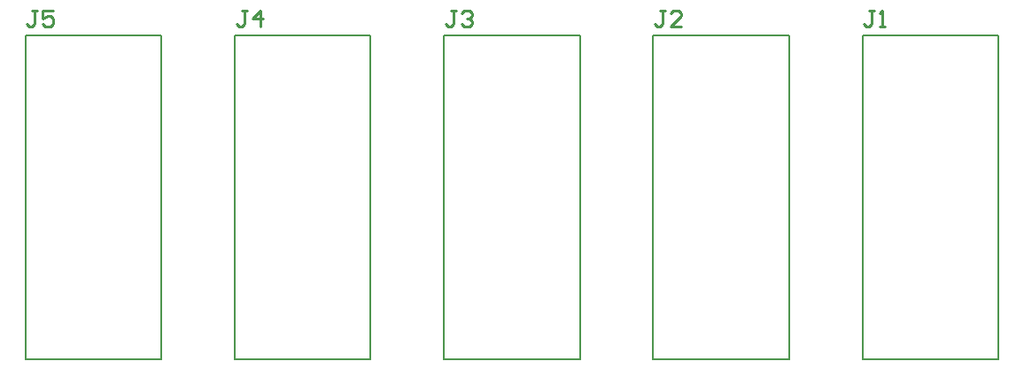
<source format=gbr>
%TF.GenerationSoftware,Altium Limited,Altium Designer,21.2.2 (38)*%
G04 Layer_Color=65535*
%FSLAX45Y45*%
%MOMM*%
%TF.SameCoordinates,908A5498-0BB4-4271-8F68-DE63ACD0DB91*%
%TF.FilePolarity,Positive*%
%TF.FileFunction,Legend,Top*%
%TF.Part,Single*%
G01*
G75*
%TA.AperFunction,NonConductor*%
%ADD12C,0.20000*%
%ADD13C,0.25400*%
D12*
X8350000Y2000000D02*
Y2150000D01*
X9650000Y2000000D02*
Y2100000D01*
X8350000Y2150000D02*
Y3550000D01*
X9000000D01*
X9650000D01*
Y450000D02*
Y3550000D01*
X8350000Y450000D02*
X9650000D01*
X8350000D02*
Y2000000D01*
X6350000D02*
Y2150000D01*
X7650000Y2000000D02*
Y2100000D01*
X6350000Y2150000D02*
Y3550000D01*
X7000000D01*
X7650000D01*
Y450000D02*
Y3550000D01*
X6350000Y450000D02*
X7650000D01*
X6350000D02*
Y2000000D01*
X4350000D02*
Y2150000D01*
X5650000Y2000000D02*
Y2100000D01*
X4350000Y2150000D02*
Y3550000D01*
X5000000D01*
X5650000D01*
Y450000D02*
Y3550000D01*
X4350000Y450000D02*
X5650000D01*
X4350000D02*
Y2000000D01*
X2350000D02*
Y2150000D01*
X3650000Y2000000D02*
Y2100000D01*
X2350000Y2150000D02*
Y3550000D01*
X3000000D01*
X3650000D01*
Y450000D02*
Y3550000D01*
X2350000Y450000D02*
X3650000D01*
X2350000D02*
Y2000000D01*
X350000D02*
Y2150000D01*
X1650000Y2000000D02*
Y2100000D01*
X350000Y2150000D02*
Y3550000D01*
X1000000D01*
X1650000D01*
Y450000D02*
Y3550000D01*
X350000Y450000D02*
X1650000D01*
X350000D02*
Y2000000D01*
D13*
X8467007Y3788311D02*
X8416223D01*
X8441615D01*
Y3661352D01*
X8416223Y3635960D01*
X8390832D01*
X8365440Y3661352D01*
X8517791Y3635960D02*
X8568574D01*
X8543183D01*
Y3788311D01*
X8517791Y3762919D01*
X6468027Y3788311D02*
X6417243D01*
X6442635D01*
Y3661352D01*
X6417243Y3635960D01*
X6391852D01*
X6366460Y3661352D01*
X6620378Y3635960D02*
X6518811D01*
X6620378Y3737527D01*
Y3762919D01*
X6594986Y3788311D01*
X6544203D01*
X6518811Y3762919D01*
X4466507Y3788311D02*
X4415723D01*
X4441115D01*
Y3661352D01*
X4415723Y3635960D01*
X4390332D01*
X4364940Y3661352D01*
X4517291Y3762919D02*
X4542683Y3788311D01*
X4593466D01*
X4618858Y3762919D01*
Y3737527D01*
X4593466Y3712135D01*
X4568074D01*
X4593466D01*
X4618858Y3686743D01*
Y3661352D01*
X4593466Y3635960D01*
X4542683D01*
X4517291Y3661352D01*
X2467527Y3788311D02*
X2416743D01*
X2442135D01*
Y3661352D01*
X2416743Y3635960D01*
X2391352D01*
X2365960Y3661352D01*
X2594486Y3635960D02*
Y3788311D01*
X2518311Y3712135D01*
X2619878D01*
X466007Y3788311D02*
X415223D01*
X440615D01*
Y3661352D01*
X415223Y3635960D01*
X389832D01*
X364440Y3661352D01*
X618358Y3788311D02*
X516791D01*
Y3712135D01*
X567574Y3737527D01*
X592966D01*
X618358Y3712135D01*
Y3661352D01*
X592966Y3635960D01*
X542183D01*
X516791Y3661352D01*
%TF.MD5,2a6b8627a9a4acfb58316736718a1c88*%
M02*

</source>
